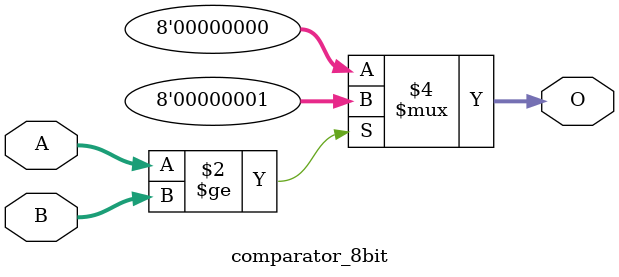
<source format=sv>
module comparator_8bit(A,B,O);
input [7:0] A;
input [7:0] B;
output reg [7:0] O;


	always @(*) begin
            if (A >= B) begin
                O = 1'b1;
            end
            else begin
                O = 1'b0;
            end
    end

endmodule




</source>
